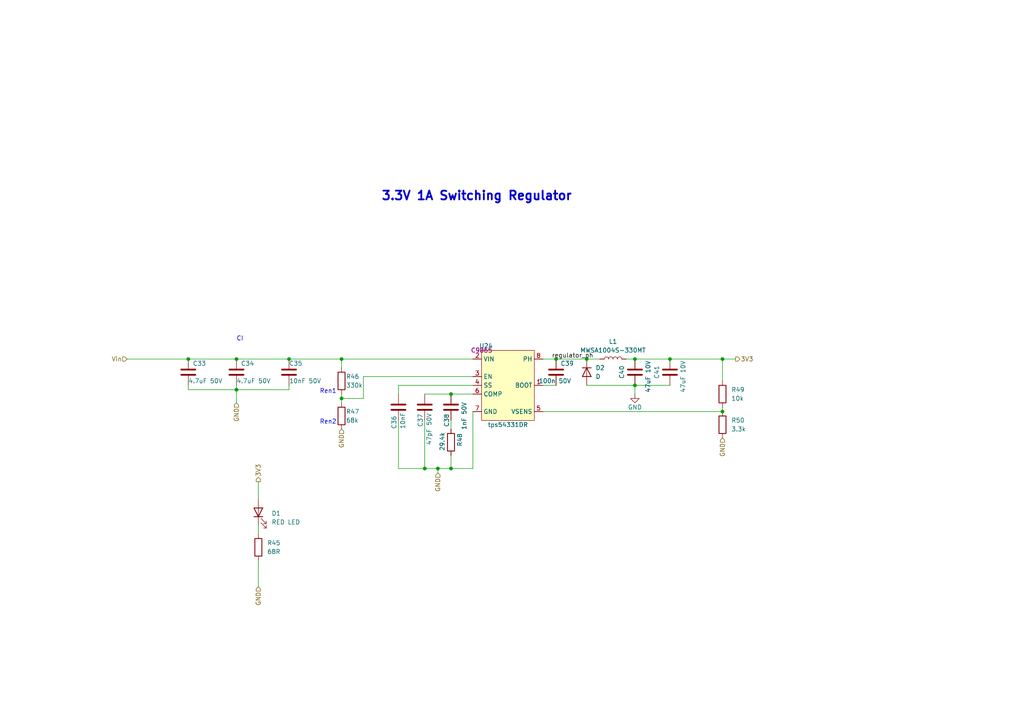
<source format=kicad_sch>
(kicad_sch (version 20211123) (generator eeschema)
  (paper "A4")
  (lib_symbols
    (symbol "Device:C" (pin_numbers hide) (pin_names (offset 0.254))
      (property "Reference" "C" (at 0.635 2.54 0))
      (property "Value" "C" (at 0.635 -2.54 0))
      (symbol "C_0_1"
        (polyline (pts (xy -2.032 -0.762) (xy 2.032 -0.762)) (stroke (width 0.508)))
        (polyline (pts (xy -2.032 0.762) (xy 2.032 0.762)) (stroke (width 0.508)))
      )
      (symbol "C_1_1"
        (pin passive line (at 0 3.81 270) (length 2.794) (name "~") (number "1"))
        (pin passive line (at 0 -3.81 90) (length 2.794) (name "~") (number "2"))
      )
    )
    (symbol "Device:D" (pin_numbers hide) (pin_names (offset 1.016) hide)
      (property "Reference" "D" (at 0 2.54 0))
      (property "Value" "D" (at 0 -2.54 0))
      (symbol "D_0_1"
        (polyline (pts (xy -1.27 1.27) (xy -1.27 -1.27)) (stroke (width 0.254)))
        (polyline (pts (xy 1.27 0) (xy -1.27 0)))
        (polyline (pts (xy 1.27 1.27) (xy 1.27 -1.27) (xy -1.27 0) (xy 1.27 1.27)) (stroke (width 0.254)))
      )
      (symbol "D_1_1"
        (pin passive line (at -3.81 0 0) (length 2.54) (name "K") (number "1"))
        (pin passive line (at 3.81 0 180) (length 2.54) (name "A") (number "2"))
      )
    )
    (symbol "Device:L" (pin_numbers hide) (pin_names (offset 1.016) hide)
      (property "Reference" "L" (at -1.27 0 90))
      (property "Value" "L" (at 1.905 0 90))
      (symbol "L_0_1"
        (arc (start 0 -2.54) (mid 0.635 -1.905) (end 0 -1.27))
        (arc (start 0 -1.27) (mid 0.635 -0.635) (end 0 0))
        (arc (start 0 0) (mid 0.635 0.635) (end 0 1.27))
        (arc (start 0 1.27) (mid 0.635 1.905) (end 0 2.54))
      )
      (symbol "L_1_1"
        (pin passive line (at 0 3.81 270) (length 1.27) (name "1") (number "1"))
        (pin passive line (at 0 -3.81 90) (length 1.27) (name "2") (number "2"))
      )
    )
    (symbol "Device:LED" (pin_numbers hide) (pin_names (offset 1.016) hide)
      (property "Reference" "D" (at 0 2.54 0))
      (property "Value" "LED" (at 0 -2.54 0))
      (symbol "LED_0_1"
        (polyline (pts (xy -1.27 -1.27) (xy -1.27 1.27)) (stroke (width 0.254)))
        (polyline (pts (xy -1.27 0) (xy 1.27 0)))
        (polyline (pts (xy 1.27 -1.27) (xy 1.27 1.27) (xy -1.27 0) (xy 1.27 -1.27)) (stroke (width 0.254)))
        (polyline (pts (xy -3.048 -0.762) (xy -4.572 -2.286) (xy -3.81 -2.286) (xy -4.572 -2.286) (xy -4.572 -1.524)))
        (polyline (pts (xy -1.778 -0.762) (xy -3.302 -2.286) (xy -2.54 -2.286) (xy -3.302 -2.286) (xy -3.302 -1.524)))
      )
      (symbol "LED_1_1"
        (pin passive line (at -3.81 0 0) (length 2.54) (name "K") (number "1"))
        (pin passive line (at 3.81 0 180) (length 2.54) (name "A") (number "2"))
      )
    )
    (symbol "Device:R" (pin_numbers hide) (pin_names (offset 0))
      (property "Reference" "R" (at 2.032 0 90))
      (property "Value" "R" (at 0 0 90))
      (symbol "R_0_1"
        (rectangle (start -1.016 -2.54) (end 1.016 2.54) (stroke (width 0.254)))
      )
      (symbol "R_1_1"
        (pin passive line (at 0 3.81 270) (length 1.27) (name "~") (number "1"))
        (pin passive line (at 0 -3.81 90) (length 1.27) (name "~") (number "2"))
      )
    )
    (symbol "QuarkCncQuadDriver:tps54331DR"
      (property "Reference" "U" (at 2.54 2.54 0))
      (property "Value" "tps54331DR" (at 17.78 -27.94 0))
      (property "LCSC" "C9865" (at 0 0 0))
      (symbol "tps54331DR_0_1"
        (rectangle (start 0 0) (end 15.24 -20.32) (stroke (width 0.1524)) (fill (type background)))
      )
      (symbol "tps54331DR_1_1"
        (pin passive line (at 17.78 -10.16 180) (length 2.54) (name "BOOT") (number "1"))
        (pin passive line (at -2.54 -2.54 0) (length 2.54) (name "VIN") (number "2"))
        (pin passive line (at -2.54 -7.62 0) (length 2.54) (name "EN") (number "3"))
        (pin passive line (at -2.54 -10.16 0) (length 2.54) (name "SS") (number "4"))
        (pin passive line (at 17.78 -17.78 180) (length 2.54) (name "VSENS") (number "5"))
        (pin passive line (at -2.54 -12.7 0) (length 2.54) (name "COMP") (number "6"))
        (pin passive line (at -2.54 -17.78 0) (length 2.54) (name "GND") (number "7"))
        (pin passive line (at 17.78 -2.54 180) (length 2.54) (name "PH") (number "8"))
      )
    )
    (symbol "power:GND" (power) (pin_names (offset 0))
      (property "Value" "GND" (at 0 -3.81 0))
      (symbol "GND_0_1"
        (polyline (pts (xy 0 0) (xy 0 -1.27) (xy 1.27 -1.27) (xy 0 -2.54) (xy -1.27 -1.27) (xy 0 -1.27)))
      )
      (symbol "GND_1_1"
        (pin power_in line (at 0 0 270) (length 0) hide (name "GND") (number "1"))
      )
    )
  )
  (junction (at 83.82 104.14))
  (junction (at 123.19 135.89))
  (junction (at 99.06 115.57))
  (junction (at 184.15 104.14))
  (junction (at 194.31 104.14))
  (junction (at 99.06 104.14))
  (junction (at 209.55 119.38))
  (junction (at 170.18 104.14))
  (junction (at 209.55 104.14))
  (junction (at 54.61 104.14))
  (junction (at 161.29 104.14))
  (junction (at 130.81 135.89))
  (junction (at 127 135.89))
  (junction (at 68.58 113.03))
  (junction (at 130.81 114.3))
  (junction (at 68.58 104.14))
  (junction (at 184.15 111.76))
  (wire (pts (xy 115.57 121.92) (xy 115.57 135.89)))
  (wire (pts (xy 74.93 139.7) (xy 74.93 144.78)))
  (wire (pts (xy 209.55 104.14) (xy 213.36 104.14)))
  (wire (pts (xy 184.15 111.76) (xy 194.31 111.76)))
  (wire (pts (xy 99.06 114.3) (xy 99.06 115.57)))
  (wire (pts (xy 157.48 111.76) (xy 161.29 111.76)))
  (wire (pts (xy 184.15 104.14) (xy 194.31 104.14)))
  (wire (pts (xy 137.16 109.22) (xy 105.41 109.22)))
  (wire (pts (xy 209.55 118.11) (xy 209.55 119.38)))
  (wire (pts (xy 161.29 104.14) (xy 170.18 104.14)))
  (wire (pts (xy 68.58 111.76) (xy 68.58 113.03)))
  (wire (pts (xy 54.61 104.14) (xy 68.58 104.14)))
  (wire (pts (xy 74.93 162.56) (xy 74.93 170.18)))
  (wire (pts (xy 83.82 104.14) (xy 99.06 104.14)))
  (wire (pts (xy 68.58 104.14) (xy 83.82 104.14)))
  (wire (pts (xy 184.15 111.76) (xy 184.15 114.3)))
  (wire (pts (xy 123.19 114.3) (xy 130.81 114.3)))
  (wire (pts (xy 115.57 135.89) (xy 123.19 135.89)))
  (wire (pts (xy 54.61 113.03) (xy 68.58 113.03)))
  (wire (pts (xy 99.06 104.14) (xy 137.16 104.14)))
  (wire (pts (xy 54.61 111.76) (xy 54.61 113.03)))
  (wire (pts (xy 170.18 111.76) (xy 184.15 111.76)))
  (wire (pts (xy 83.82 111.76) (xy 83.82 113.03)))
  (wire (pts (xy 137.16 119.38) (xy 137.16 135.89)))
  (wire (pts (xy 99.06 104.14) (xy 99.06 106.68)))
  (wire (pts (xy 99.06 115.57) (xy 99.06 116.84)))
  (wire (pts (xy 130.81 135.89) (xy 137.16 135.89)))
  (wire (pts (xy 130.81 132.08) (xy 130.81 135.89)))
  (wire (pts (xy 194.31 104.14) (xy 209.55 104.14)))
  (wire (pts (xy 181.61 104.14) (xy 184.15 104.14)))
  (wire (pts (xy 123.19 121.92) (xy 123.19 135.89)))
  (wire (pts (xy 115.57 111.76) (xy 115.57 114.3)))
  (wire (pts (xy 105.41 109.22) (xy 105.41 115.57)))
  (wire (pts (xy 157.48 104.14) (xy 161.29 104.14)))
  (wire (pts (xy 157.48 119.38) (xy 209.55 119.38)))
  (wire (pts (xy 170.18 104.14) (xy 173.99 104.14)))
  (wire (pts (xy 127 135.89) (xy 130.81 135.89)))
  (wire (pts (xy 137.16 111.76) (xy 115.57 111.76)))
  (wire (pts (xy 127 135.89) (xy 127 137.16)))
  (wire (pts (xy 36.83 104.14) (xy 54.61 104.14)))
  (wire (pts (xy 68.58 113.03) (xy 68.58 116.84)))
  (wire (pts (xy 74.93 152.4) (xy 74.93 154.94)))
  (wire (pts (xy 209.55 104.14) (xy 209.55 110.49)))
  (wire (pts (xy 130.81 121.92) (xy 130.81 124.46)))
  (wire (pts (xy 105.41 115.57) (xy 99.06 115.57)))
  (wire (pts (xy 123.19 135.89) (xy 127 135.89)))
  (wire (pts (xy 83.82 113.03) (xy 68.58 113.03)))
  (wire (pts (xy 130.81 114.3) (xy 137.16 114.3)))
  (text "Ren1\n" (at 92.71 114.3 0) (effects (font (size 1.27 1.27)) (justify left bottom)))
  (text "CI" (at 68.58 99.06 0) (effects (font (size 1.27 1.27)) (justify left bottom)))
  (text "Ren2" (at 92.71 123.19 0) (effects (font (size 1.27 1.27)) (justify left bottom)))
  (text "3.3V 1A Switching Regulator" (at 110.49 58.42 0) (effects (font (size 2.54 2.54) bold) (justify left bottom)))
  (label "regulator_ph" (at 160.02 104.14 0))
  (hierarchical_label "3V3" (shape output) (at 213.36 104.14 0))
  (hierarchical_label "GND" (shape input) (at 74.93 170.18 270))
  (hierarchical_label "GND" (shape input) (at 99.06 124.46 270))
  (hierarchical_label "GND" (shape input) (at 209.55 127 270))
  (hierarchical_label "Vin" (shape input) (at 36.83 104.14 180))
  (hierarchical_label "GND" (shape input) (at 68.58 116.84 270))
  (hierarchical_label "GND" (shape input) (at 127 137.16 270))
  (hierarchical_label "3V3" (shape output) (at 74.93 139.7 90))
  (symbol (lib_id "Device:L") (at 177.8 104.14 90) (unit 1)
    (property "Reference" "L1" (at 177.8 99.06 90))
    (property "Value" "MWSA1004S-330MT" (at 177.8 101.6 90))
    (property "Footprint" "QuarkCncQuadDriver:MWSA1004S-330MT" (effects hide))
    (property "LCSC" "C408490" (effects hide))
  )
  (symbol (lib_id "Device:C") (at 83.82 107.95 0) (unit 1)
    (property "Reference" "C35" (at 83.82 105.41 0) (effects (justify left)))
    (property "Value" "10nF 50V" (at 83.82 110.49 0) (effects (justify left)))
    (property "Footprint" "Capacitor_SMD:C_0402_1005Metric" (effects hide))
    (property "LCSC" "C15195" (effects hide))
  )
  (symbol (lib_id "Device:R") (at 99.06 120.65 0) (unit 1)
    (property "Reference" "R47" (at 100.33 119.38 0) (effects (justify left)))
    (property "Value" "68k" (at 100.33 121.92 0) (effects (justify left)))
    (property "Footprint" "Resistor_SMD:R_0402_1005Metric" (effects hide))
    (property "LCSC" "C36871" (effects hide))
  )
  (symbol (lib_id "power:GND") (at 184.15 114.3 0) (unit 1)
    (property "Reference" "#PWR052" (effects hide))
    (property "Value" "GND" (at 184.15 118.11 0))
  )
  (symbol (lib_id "Device:R") (at 74.93 158.75 0) (unit 1)
    (property "Reference" "R45" (at 77.47 157.4799 0) (effects (justify left)))
    (property "Value" "68R" (at 77.47 160.0199 0) (effects (justify left)))
    (property "Footprint" "Resistor_SMD:R_0603_1608Metric" (effects hide))
    (property "LCSC" "C27592" (effects hide))
  )
  (symbol (lib_id "Device:C") (at 54.61 107.95 0) (unit 1)
    (property "Reference" "C33" (at 55.88 105.41 0) (effects (justify left)))
    (property "Value" "4.7uF 50V" (at 54.61 110.49 0) (effects (justify left)))
    (property "Footprint" "Capacitor_SMD:C_1206_3216Metric" (effects hide))
    (property "LCSC" "C29823" (effects hide))
  )
  (symbol (lib_id "Device:C") (at 130.81 118.11 0) (unit 1)
    (property "Reference" "C38" (at 129.54 121.92 90))
    (property "Value" "1nF 50V" (at 134.62 120.65 90))
    (property "Footprint" "Capacitor_SMD:C_0402_1005Metric" (effects hide))
    (property "LCSC" "C1523" (effects hide))
  )
  (symbol (lib_id "Device:R") (at 209.55 114.3 0) (unit 1)
    (property "Reference" "R49" (at 212.09 113.0299 0) (effects (justify left)))
    (property "Value" "10k" (at 212.09 115.5699 0) (effects (justify left)))
    (property "Footprint" "Resistor_SMD:R_0402_1005Metric" (effects hide))
    (property "LCSC" "C25744" (effects hide))
  )
  (symbol (lib_id "Device:C") (at 194.31 107.95 180) (unit 1)
    (property "Reference" "C41" (at 190.5 107.95 90))
    (property "Value" "47uF 10V" (at 198.12 109.22 90))
    (property "Footprint" "Capacitor_SMD:C_1206_3216Metric" (effects hide))
    (property "LCSC" "C96123" (effects hide))
  )
  (symbol (lib_id "Device:C") (at 68.58 107.95 0) (unit 1)
    (property "Reference" "C34" (at 69.85 105.41 0) (effects (justify left)))
    (property "Value" "4.7uF 50V" (at 68.58 110.49 0) (effects (justify left)))
    (property "Footprint" "Capacitor_SMD:C_1206_3216Metric" (effects hide))
    (property "LCSC" "C29823" (effects hide))
  )
  (symbol (lib_id "QuarkCncQuadDriver:tps54331DR") (at 139.7 101.6 0) (unit 1)
    (property "Reference" "U24" (at 140.97 100.33 0))
    (property "Value" "tps54331DR" (at 147.32 123.19 0))
    (property "Footprint" "Package_SO:SOIC-8_3.9x4.9mm_P1.27mm" (effects hide))
    (property "LCSC" "C9865" (at 139.7 101.6 0))
  )
  (symbol (lib_id "Device:R") (at 209.55 123.19 0) (unit 1)
    (property "Reference" "R50" (at 212.09 121.9199 0) (effects (justify left)))
    (property "Value" "3.3k" (at 212.09 124.4599 0) (effects (justify left)))
    (property "Footprint" "Resistor_SMD:R_0402_1005Metric" (effects hide))
    (property "LCSC" "C25890" (effects hide))
  )
  (symbol (lib_id "Device:C") (at 184.15 107.95 180) (unit 1)
    (property "Reference" "C40" (at 180.34 107.95 90))
    (property "Value" "47uF 10V" (at 187.96 109.22 90))
    (property "Footprint" "Capacitor_SMD:C_1206_3216Metric" (effects hide))
    (property "LCSC" "C96123" (effects hide))
  )
  (symbol (lib_id "Device:C") (at 161.29 107.95 0) (unit 1)
    (property "Reference" "C39" (at 162.56 105.41 0) (effects (justify left)))
    (property "Value" "100n 50V" (at 156.21 110.49 0) (effects (justify left)))
    (property "Footprint" "Capacitor_SMD:C_0402_1005Metric" (effects hide))
    (property "LCSC" "C307331" (effects hide))
  )
  (symbol (lib_id "Device:C") (at 123.19 118.11 0) (unit 1)
    (property "Reference" "C37" (at 121.92 121.92 90))
    (property "Value" "47pF 50V" (at 124.46 124.46 90))
    (property "Footprint" "Capacitor_SMD:C_0402_1005Metric" (effects hide))
    (property "LCSC" "C1567" (effects hide))
  )
  (symbol (lib_id "Device:R") (at 130.81 128.27 0) (unit 1)
    (property "Reference" "R48" (at 133.35 129.54 90) (effects (justify left)))
    (property "Value" "29.4k" (at 128.27 130.81 90) (effects (justify left)))
    (property "Footprint" "Resistor_SMD:R_0402_1005Metric" (effects hide))
    (property "LCSC" "C226949" (effects hide))
  )
  (symbol (lib_id "Device:D") (at 170.18 107.95 270) (unit 1)
    (property "Reference" "D2" (at 172.72 106.6799 90) (effects (justify left)))
    (property "Value" "D" (at 172.72 109.2199 90) (effects (justify left)))
    (property "Footprint" "Diode_SMD:D_SMA" (effects hide))
    (property "LCSC" "C22452" (effects hide))
  )
  (symbol (lib_id "Device:LED") (at 74.93 148.59 90) (unit 1)
    (property "Reference" "D1" (at 78.74 148.9074 90) (effects (justify right)))
    (property "Value" "RED LED" (at 78.74 151.4474 90) (effects (justify right)))
    (property "Footprint" "LED_SMD:LED_0805_2012Metric" (effects hide))
    (property "LCSC" "C84256" (effects hide))
  )
  (symbol (lib_id "Device:C") (at 115.57 118.11 0) (unit 1)
    (property "Reference" "C36" (at 114.3 124.46 90) (effects (justify left)))
    (property "Value" "10nF" (at 116.84 124.46 90) (effects (justify left)))
    (property "Footprint" "Capacitor_SMD:C_0402_1005Metric" (effects hide))
    (property "LCSC" "C15195" (effects hide))
  )
  (symbol (lib_id "Device:R") (at 99.06 110.49 0) (unit 1)
    (property "Reference" "R46" (at 100.33 109.22 0) (effects (justify left)))
    (property "Value" "330k" (at 100.33 111.76 0) (effects (justify left)))
    (property "Footprint" "Resistor_SMD:R_0402_1005Metric" (effects hide))
    (property "LCSC" "C25778" (effects hide))
  )
)
</source>
